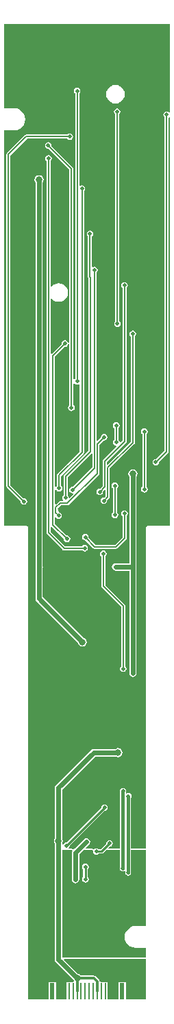
<source format=gbl>
%FSLAX25Y25*%
%MOIN*%
G70*
G01*
G75*
G04 Layer_Physical_Order=2*
G04 Layer_Color=16711680*
%ADD10R,0.03150X0.02559*%
%ADD11R,0.13386X0.02756*%
%ADD12R,0.07480X0.06299*%
%ADD13R,0.01575X0.03937*%
%ADD14R,0.07874X0.10000*%
%ADD15R,0.02756X0.06102*%
%ADD16R,0.02756X0.13386*%
%ADD17R,0.06299X0.07480*%
%ADD18R,0.03150X0.03937*%
%ADD19R,0.03150X0.03543*%
%ADD20R,0.03150X0.03543*%
%ADD21C,0.05906*%
%ADD22R,0.05118X0.15748*%
%ADD23R,0.02362X0.00787*%
%ADD24R,0.03150X0.00787*%
%ADD25R,0.00787X0.02362*%
%ADD26R,0.00787X0.03150*%
%ADD27R,0.05118X0.05118*%
%ADD28R,0.01063X0.07874*%
%ADD29R,0.02362X0.07874*%
%ADD30R,0.02165X0.02559*%
%ADD31R,0.02362X0.02756*%
%ADD32R,0.03937X0.01575*%
%ADD33R,0.01181X0.07874*%
%ADD34O,0.01181X0.07874*%
%ADD35R,0.02559X0.02165*%
%ADD36R,0.03543X0.03150*%
%ADD37R,0.03543X0.03150*%
%ADD38R,0.03937X0.03150*%
%ADD39R,0.02756X0.02362*%
%ADD40C,0.00787*%
%ADD41C,0.01575*%
%ADD42C,0.01000*%
%ADD43C,0.02362*%
%ADD44C,0.01181*%
%ADD45C,0.01969*%
%ADD46C,0.03150*%
G36*
X69863Y-439548D02*
X64961D01*
Y-439521D01*
X63573Y-439704D01*
X62280Y-440239D01*
X61170Y-441091D01*
X60318Y-442202D01*
X59782Y-443495D01*
X59600Y-444882D01*
X59782Y-446270D01*
X60318Y-447563D01*
X61170Y-448673D01*
X62280Y-449525D01*
X63573Y-450060D01*
X64961Y-450243D01*
Y-450216D01*
X69863D01*
Y-454800D01*
X29287D01*
Y-402700D01*
X33961D01*
X34197Y-403141D01*
X34109Y-403272D01*
X33972Y-403963D01*
Y-417017D01*
X34109Y-417709D01*
X34501Y-418295D01*
X35087Y-418686D01*
X35778Y-418824D01*
X36469Y-418686D01*
X37055Y-418295D01*
X37447Y-417709D01*
X37584Y-417017D01*
Y-404711D01*
X39596Y-402700D01*
X43979D01*
X44297Y-403087D01*
X44260Y-403268D01*
X44383Y-403882D01*
X44731Y-404403D01*
X45252Y-404751D01*
X45866Y-404873D01*
X46481Y-404751D01*
X47001Y-404403D01*
X47017Y-404380D01*
X48432D01*
X48432Y-404380D01*
X48858Y-404295D01*
X49218Y-404054D01*
X50573Y-402700D01*
X57375D01*
Y-411614D01*
X57481Y-412152D01*
X57786Y-412608D01*
X58242Y-412912D01*
X58780Y-413019D01*
X59317Y-412912D01*
X59534Y-412768D01*
X59975Y-413003D01*
Y-413680D01*
X60082Y-414217D01*
X60386Y-414673D01*
X60842Y-414978D01*
X61380Y-415085D01*
X61917Y-414978D01*
X62373Y-414673D01*
X62678Y-414217D01*
X62785Y-413680D01*
Y-402700D01*
X69863D01*
Y-439548D01*
D02*
G37*
G36*
X81674Y-43597D02*
X81214Y-43904D01*
X80693Y-43556D01*
X80079Y-43434D01*
X79464Y-43556D01*
X78943Y-43904D01*
X78595Y-44425D01*
X78473Y-45039D01*
X78595Y-45654D01*
X78943Y-46175D01*
X79075Y-46263D01*
Y-208403D01*
X74996Y-212483D01*
X74810Y-212446D01*
X74195Y-212568D01*
X73675Y-212916D01*
X73327Y-213437D01*
X73204Y-214052D01*
X73327Y-214666D01*
X73675Y-215187D01*
X74195Y-215535D01*
X74810Y-215657D01*
X75424Y-215535D01*
X75945Y-215187D01*
X76293Y-214666D01*
X76416Y-214052D01*
X76391Y-213926D01*
X80788Y-209528D01*
X81006Y-209203D01*
X81082Y-208819D01*
X81082Y-208819D01*
X81082Y-208819D01*
Y-208819D01*
Y-46617D01*
X81523Y-46381D01*
X81674Y-46482D01*
Y-245060D01*
X70866D01*
X70482Y-245136D01*
X70157Y-245354D01*
X69939Y-245679D01*
X69863Y-246063D01*
Y-402061D01*
X62785D01*
Y-377226D01*
X62863Y-377109D01*
X62985Y-376494D01*
X62863Y-375880D01*
X62515Y-375359D01*
X61994Y-375011D01*
X61380Y-374889D01*
X60765Y-375011D01*
X60625Y-375104D01*
X60185Y-374869D01*
Y-374807D01*
X60302Y-374630D01*
X60425Y-374016D01*
X60302Y-373401D01*
X59954Y-372880D01*
X59433Y-372532D01*
X58819Y-372410D01*
X58204Y-372532D01*
X57683Y-372880D01*
X57336Y-373401D01*
X57213Y-374016D01*
X57336Y-374630D01*
X57375Y-374689D01*
Y-402061D01*
X51865D01*
X51674Y-401599D01*
X52272Y-401000D01*
X52300Y-401006D01*
X52915Y-400883D01*
X53435Y-400535D01*
X53783Y-400014D01*
X53906Y-399400D01*
X53783Y-398785D01*
X53435Y-398265D01*
X52915Y-397917D01*
X52300Y-397794D01*
X51686Y-397917D01*
X51165Y-398265D01*
X50817Y-398785D01*
X50694Y-399400D01*
X50700Y-399428D01*
X47972Y-402156D01*
X47017D01*
X47001Y-402132D01*
X46481Y-401784D01*
X45866Y-401662D01*
X45252Y-401784D01*
X44731Y-402132D01*
X44627Y-402287D01*
X44624Y-402286D01*
X44431Y-402248D01*
D01*
D01*
D01*
Y-402248D01*
X44232Y-402166D01*
X44042Y-402064D01*
X44010Y-402073D01*
X43979Y-402061D01*
X40888D01*
X40697Y-401599D01*
X42290Y-400006D01*
X42681Y-399420D01*
X42819Y-398729D01*
X42681Y-398038D01*
X42290Y-397452D01*
X41704Y-397060D01*
X41012Y-396922D01*
X40321Y-397060D01*
X39735Y-397452D01*
X35310Y-401876D01*
X34413Y-402248D01*
D01*
D01*
X34268Y-402188D01*
X34146Y-402088D01*
X34050Y-402098D01*
X33961Y-402061D01*
X32711D01*
X32599Y-401893D01*
X32453Y-401620D01*
X32783Y-401126D01*
X32905Y-400512D01*
X32899Y-400484D01*
X49815Y-383569D01*
X49843Y-383574D01*
X50457Y-383452D01*
X50978Y-383104D01*
X51326Y-382583D01*
X51448Y-381968D01*
X51326Y-381354D01*
X50978Y-380833D01*
X50457Y-380485D01*
X49843Y-380363D01*
X49228Y-380485D01*
X48707Y-380833D01*
X48359Y-381354D01*
X48237Y-381968D01*
X48242Y-381996D01*
X31327Y-398912D01*
X31299Y-398906D01*
X30685Y-399028D01*
X30164Y-399376D01*
X29816Y-399897D01*
X29784Y-400056D01*
X29287Y-400007D01*
Y-399221D01*
X29480Y-398931D01*
X29648Y-398087D01*
X29480Y-397242D01*
X29287Y-396952D01*
Y-373110D01*
X45315Y-357082D01*
X55223D01*
X55572Y-357315D01*
X56417Y-357483D01*
X57262Y-357315D01*
X57978Y-356837D01*
X58457Y-356120D01*
X58625Y-355276D01*
X58457Y-354431D01*
X57978Y-353714D01*
X57262Y-353236D01*
X56417Y-353068D01*
X55572Y-353236D01*
X55223Y-353469D01*
X44567D01*
X43876Y-353607D01*
X43290Y-353998D01*
X26203Y-371085D01*
X25811Y-371671D01*
X25674Y-372362D01*
X25674Y-372362D01*
X25674D01*
X25674Y-372362D01*
X25674D01*
Y-396833D01*
X25401Y-397242D01*
X25233Y-398087D01*
X25401Y-398931D01*
X25674Y-399340D01*
Y-455801D01*
X25674Y-455801D01*
X25674D01*
X25811Y-456493D01*
X26203Y-457079D01*
X34439Y-465315D01*
X34521Y-465727D01*
X34952Y-466371D01*
X34716Y-466812D01*
X31450D01*
Y-475375D01*
X26194D01*
Y-466812D01*
X22650D01*
Y-475375D01*
X12815D01*
Y-246063D01*
X12738Y-245679D01*
X12521Y-245354D01*
X12195Y-245136D01*
X11811Y-245060D01*
X1003D01*
Y-52578D01*
X5906D01*
Y-52605D01*
X7293Y-52422D01*
X8586Y-51887D01*
X9696Y-51035D01*
X10548Y-49924D01*
X11084Y-48632D01*
X11266Y-47244D01*
X11084Y-45857D01*
X10548Y-44564D01*
X9696Y-43453D01*
X8586Y-42601D01*
X7293Y-42066D01*
X5906Y-41883D01*
Y-41910D01*
X1003D01*
Y-1003D01*
X81674D01*
Y-43597D01*
D02*
G37*
G36*
X69863Y-475375D02*
X60210D01*
Y-466812D01*
X56666D01*
Y-475375D01*
X51410D01*
Y-466812D01*
X48673D01*
X47556Y-466589D01*
X47464Y-466128D01*
X47203Y-465737D01*
X47203Y-465737D01*
X45496Y-464030D01*
X45105Y-463769D01*
X44644Y-463678D01*
X44644Y-463678D01*
X38360D01*
X38122Y-463321D01*
X37406Y-462842D01*
X36994Y-462760D01*
X30135Y-455901D01*
X30326Y-455439D01*
X69863D01*
Y-475375D01*
D02*
G37*
%LPC*%
G36*
X17992Y-74406D02*
X17147Y-74575D01*
X16431Y-75053D01*
X15952Y-75769D01*
X15784Y-76614D01*
X15952Y-77459D01*
X16186Y-77808D01*
Y-265015D01*
Y-280394D01*
X16186Y-280394D01*
X16186D01*
X16323Y-281085D01*
X16715Y-281671D01*
X36933Y-301890D01*
X37015Y-302302D01*
X37494Y-303018D01*
X38210Y-303496D01*
X39055Y-303664D01*
X39900Y-303496D01*
X40616Y-303018D01*
X41095Y-302302D01*
X41263Y-301457D01*
X41095Y-300612D01*
X40616Y-299896D01*
X39900Y-299417D01*
X39488Y-299335D01*
X19798Y-279645D01*
Y-265252D01*
X19838Y-265054D01*
X19798Y-264856D01*
Y-77808D01*
X20032Y-77459D01*
X20200Y-76614D01*
X20032Y-75769D01*
X19553Y-75053D01*
X18837Y-74575D01*
X17992Y-74406D01*
D02*
G37*
G36*
X59606Y-237410D02*
X58992Y-237532D01*
X58471Y-237880D01*
X58123Y-238401D01*
X58001Y-239016D01*
X58123Y-239630D01*
X58471Y-240151D01*
X58603Y-240239D01*
Y-250458D01*
X54978Y-254083D01*
X45463D01*
X42069Y-250689D01*
X42100Y-250534D01*
X41978Y-249919D01*
X41630Y-249398D01*
X41109Y-249050D01*
X40494Y-248928D01*
X39880Y-249050D01*
X39359Y-249398D01*
X39011Y-249919D01*
X38889Y-250534D01*
X39011Y-251148D01*
X39359Y-251669D01*
X39880Y-252017D01*
X40494Y-252139D01*
X40650Y-252109D01*
X44337Y-255796D01*
X44555Y-255941D01*
X44663Y-256013D01*
X45047Y-256090D01*
X55394D01*
X55778Y-256013D01*
X56103Y-255796D01*
X60316Y-251583D01*
X60533Y-251258D01*
X60610Y-250874D01*
X60610Y-250874D01*
X60610Y-250874D01*
Y-250874D01*
Y-240239D01*
X60742Y-240151D01*
X61090Y-239630D01*
X61212Y-239016D01*
X61090Y-238401D01*
X60742Y-237880D01*
X60221Y-237532D01*
X59606Y-237410D01*
D02*
G37*
G36*
X49213Y-256938D02*
X48598Y-257060D01*
X48077Y-257408D01*
X47729Y-257929D01*
X47607Y-258543D01*
X47729Y-259158D01*
X48077Y-259679D01*
X48209Y-259767D01*
Y-274213D01*
X48209Y-274213D01*
X48209D01*
X48285Y-274597D01*
X48503Y-274922D01*
X57954Y-284373D01*
Y-313205D01*
X57822Y-313293D01*
X57474Y-313814D01*
X57352Y-314428D01*
X57474Y-315042D01*
X57822Y-315563D01*
X58343Y-315912D01*
X58958Y-316034D01*
X59572Y-315912D01*
X60093Y-315563D01*
X60441Y-315042D01*
X60563Y-314428D01*
X60441Y-313814D01*
X60093Y-313293D01*
X59961Y-313205D01*
Y-283958D01*
X59885Y-283574D01*
X59813Y-283466D01*
X59667Y-283248D01*
X50216Y-273797D01*
Y-259767D01*
X50348Y-259679D01*
X50696Y-259158D01*
X50818Y-258543D01*
X50696Y-257929D01*
X50348Y-257408D01*
X49827Y-257060D01*
X49213Y-256938D01*
D02*
G37*
G36*
X40551Y-409221D02*
X39937Y-409343D01*
X39416Y-409691D01*
X39068Y-410212D01*
X38945Y-410827D01*
X39068Y-411441D01*
X39416Y-411962D01*
X39439Y-411978D01*
Y-415699D01*
X39416Y-415715D01*
X39068Y-416236D01*
X38945Y-416850D01*
X39068Y-417465D01*
X39416Y-417986D01*
X39937Y-418334D01*
X40551Y-418456D01*
X41166Y-418334D01*
X41686Y-417986D01*
X42035Y-417465D01*
X42157Y-416850D01*
X42035Y-416236D01*
X41686Y-415715D01*
X41663Y-415699D01*
Y-411978D01*
X41686Y-411962D01*
X42035Y-411441D01*
X42157Y-410827D01*
X42035Y-410212D01*
X41686Y-409691D01*
X41166Y-409343D01*
X40551Y-409221D01*
D02*
G37*
G36*
X63661Y-217452D02*
X62817Y-217620D01*
X62100Y-218098D01*
X61622Y-218814D01*
X61454Y-219659D01*
X61622Y-220504D01*
X61855Y-220853D01*
Y-263154D01*
X55197D01*
X54506Y-263292D01*
X53920Y-263683D01*
X53528Y-264269D01*
X53391Y-264961D01*
X53528Y-265652D01*
X53920Y-266238D01*
X54506Y-266630D01*
X55197Y-266767D01*
X61855D01*
Y-316614D01*
X61993Y-317305D01*
X62384Y-317892D01*
X62970Y-318283D01*
X63661Y-318421D01*
X64353Y-318283D01*
X64939Y-317892D01*
X65330Y-317305D01*
X65468Y-316614D01*
Y-264961D01*
Y-220853D01*
X65701Y-220504D01*
X65869Y-219659D01*
X65701Y-218814D01*
X65223Y-218098D01*
X64506Y-217620D01*
X63661Y-217452D01*
D02*
G37*
G36*
X54921Y-223867D02*
X54307Y-223989D01*
X53786Y-224337D01*
X53438Y-224858D01*
X53316Y-225472D01*
X53438Y-226087D01*
X53786Y-226608D01*
X53918Y-226696D01*
Y-238383D01*
X53786Y-238471D01*
X53438Y-238992D01*
X53316Y-239606D01*
X53438Y-240221D01*
X53786Y-240742D01*
X54307Y-241090D01*
X54921Y-241212D01*
X55536Y-241090D01*
X56057Y-240742D01*
X56405Y-240221D01*
X56527Y-239606D01*
X56405Y-238992D01*
X56057Y-238471D01*
X55925Y-238383D01*
Y-226696D01*
X56057Y-226608D01*
X56405Y-226087D01*
X56527Y-225472D01*
X56405Y-224858D01*
X56057Y-224337D01*
X55536Y-223989D01*
X54921Y-223867D01*
D02*
G37*
G36*
X55984Y-41977D02*
X55370Y-42099D01*
X54849Y-42447D01*
X54501Y-42968D01*
X54379Y-43583D01*
X54501Y-44197D01*
X54849Y-44718D01*
X55059Y-44859D01*
Y-123110D01*
X55097Y-123296D01*
Y-145476D01*
X54965Y-145565D01*
X54617Y-146086D01*
X54494Y-146700D01*
X54617Y-147315D01*
X54965Y-147835D01*
X55485Y-148183D01*
X56100Y-148306D01*
X56714Y-148183D01*
X57235Y-147835D01*
X57583Y-147315D01*
X57706Y-146700D01*
X57583Y-146086D01*
X57235Y-145565D01*
X57104Y-145476D01*
Y-123147D01*
X57067Y-122961D01*
Y-44754D01*
X57120Y-44718D01*
X57468Y-44197D01*
X57590Y-43583D01*
X57468Y-42968D01*
X57120Y-42447D01*
X56599Y-42099D01*
X55984Y-41977D01*
D02*
G37*
G36*
X32913Y-54103D02*
X32299Y-54225D01*
X31778Y-54573D01*
X31690Y-54705D01*
X11772D01*
X11388Y-54782D01*
X11280Y-54854D01*
X11062Y-54999D01*
X2401Y-63661D01*
X2183Y-63986D01*
X2107Y-64370D01*
Y-225630D01*
X2107Y-225630D01*
X2107D01*
X2183Y-226014D01*
X2401Y-226340D01*
X9016Y-232955D01*
X8985Y-233110D01*
X9107Y-233725D01*
X9455Y-234246D01*
X9976Y-234594D01*
X10591Y-234716D01*
X11205Y-234594D01*
X11726Y-234246D01*
X12074Y-233725D01*
X12196Y-233110D01*
X12074Y-232496D01*
X11726Y-231975D01*
X11205Y-231627D01*
X10591Y-231505D01*
X10435Y-231536D01*
X4114Y-225214D01*
Y-64786D01*
X12187Y-56712D01*
X31690D01*
X31778Y-56844D01*
X32299Y-57192D01*
X32913Y-57314D01*
X33528Y-57192D01*
X34049Y-56844D01*
X34397Y-56323D01*
X34519Y-55709D01*
X34397Y-55094D01*
X34049Y-54573D01*
X33528Y-54225D01*
X32913Y-54103D01*
D02*
G37*
G36*
X55118Y-30473D02*
X53936Y-30628D01*
X52835Y-31085D01*
X51889Y-31810D01*
X51163Y-32756D01*
X50707Y-33858D01*
X50551Y-35039D01*
X50707Y-36221D01*
X51163Y-37323D01*
X51889Y-38269D01*
X52835Y-38994D01*
X53936Y-39450D01*
X55118Y-39606D01*
X56300Y-39450D01*
X57402Y-38994D01*
X58347Y-38269D01*
X59073Y-37323D01*
X59529Y-36221D01*
X59685Y-35039D01*
X59529Y-33858D01*
X59073Y-32756D01*
X58347Y-31810D01*
X57402Y-31085D01*
X56300Y-30628D01*
X55118Y-30473D01*
D02*
G37*
G36*
X36496Y-31898D02*
X35882Y-32021D01*
X35361Y-32369D01*
X35013Y-32890D01*
X34890Y-33504D01*
X35013Y-34118D01*
X35361Y-34639D01*
X35493Y-34727D01*
Y-173419D01*
X35091Y-173717D01*
X34744Y-173612D01*
Y-71260D01*
X34680Y-70939D01*
X34667Y-70876D01*
X34450Y-70550D01*
X24055Y-60155D01*
X24086Y-60000D01*
X23964Y-59386D01*
X23616Y-58865D01*
X23095Y-58517D01*
X22480Y-58394D01*
X21866Y-58517D01*
X21345Y-58865D01*
X20997Y-59386D01*
X20875Y-60000D01*
X20997Y-60615D01*
X21345Y-61135D01*
X21866Y-61483D01*
X22480Y-61606D01*
X22636Y-61575D01*
X32737Y-71675D01*
Y-186296D01*
X32605Y-186384D01*
X32257Y-186905D01*
X32135Y-187520D01*
X32257Y-188134D01*
X32605Y-188655D01*
X33126Y-189003D01*
X33740Y-189125D01*
X34355Y-189003D01*
X34876Y-188655D01*
X35224Y-188134D01*
X35346Y-187520D01*
X35224Y-186905D01*
X34876Y-186384D01*
X34744Y-186296D01*
Y-175758D01*
X35222Y-175613D01*
X35361Y-175820D01*
X35882Y-176169D01*
X36496Y-176291D01*
X37110Y-176169D01*
X37374Y-175992D01*
X37815Y-176228D01*
Y-208836D01*
X27007Y-219645D01*
X26789Y-219970D01*
X26713Y-220354D01*
Y-225469D01*
X26581Y-225557D01*
X26246Y-226060D01*
X25767Y-225914D01*
Y-162552D01*
X30444Y-157875D01*
X30600Y-157906D01*
X31214Y-157783D01*
X31735Y-157435D01*
X32083Y-156914D01*
X32206Y-156300D01*
X32083Y-155685D01*
X31735Y-155165D01*
X31214Y-154817D01*
X30600Y-154694D01*
X29985Y-154817D01*
X29465Y-155165D01*
X29117Y-155685D01*
X28994Y-156300D01*
X29025Y-156456D01*
X24064Y-161417D01*
X24000Y-161390D01*
X23602Y-161124D01*
Y-134554D01*
X24075Y-134394D01*
X24330Y-134725D01*
X25276Y-135451D01*
X26377Y-135907D01*
X27559Y-136063D01*
X28741Y-135907D01*
X29842Y-135451D01*
X30788Y-134725D01*
X31514Y-133779D01*
X31970Y-132678D01*
X32126Y-131496D01*
X31970Y-130314D01*
X31514Y-129213D01*
X30788Y-128267D01*
X29842Y-127541D01*
X28741Y-127085D01*
X27559Y-126929D01*
X26377Y-127085D01*
X25276Y-127541D01*
X24330Y-128267D01*
X24075Y-128599D01*
X23602Y-128438D01*
Y-67523D01*
X23734Y-67435D01*
X24082Y-66914D01*
X24204Y-66299D01*
X24082Y-65685D01*
X23734Y-65164D01*
X23213Y-64816D01*
X22598Y-64694D01*
X21984Y-64816D01*
X21463Y-65164D01*
X21115Y-65685D01*
X20993Y-66299D01*
X21115Y-66914D01*
X21463Y-67435D01*
X21595Y-67523D01*
Y-248307D01*
X21595Y-248307D01*
X21595D01*
X21671Y-248691D01*
X21889Y-249017D01*
X29448Y-256576D01*
X29773Y-256793D01*
X30158Y-256870D01*
X38934D01*
X39022Y-257001D01*
X39543Y-257350D01*
X40157Y-257472D01*
X40772Y-257350D01*
X41293Y-257001D01*
X41641Y-256481D01*
X41763Y-255866D01*
X41641Y-255252D01*
X41293Y-254731D01*
X40772Y-254383D01*
X40157Y-254260D01*
X39543Y-254383D01*
X39022Y-254731D01*
X38934Y-254863D01*
X30573D01*
X23602Y-247891D01*
Y-245500D01*
X24000Y-245234D01*
X24064Y-245208D01*
X30000Y-251144D01*
X29969Y-251299D01*
X30091Y-251914D01*
X30439Y-252435D01*
X30960Y-252783D01*
X31575Y-252905D01*
X32189Y-252783D01*
X32710Y-252435D01*
X33058Y-251914D01*
X33180Y-251299D01*
X33058Y-250685D01*
X32710Y-250164D01*
X32189Y-249816D01*
X31575Y-249694D01*
X31419Y-249725D01*
X25767Y-244073D01*
Y-241034D01*
X26246Y-240889D01*
X26384Y-241096D01*
X26905Y-241444D01*
X27520Y-241566D01*
X28134Y-241444D01*
X28655Y-241096D01*
X29003Y-240575D01*
X29125Y-239961D01*
X29003Y-239346D01*
X28655Y-238825D01*
X28134Y-238477D01*
X27520Y-238355D01*
X27145Y-236472D01*
Y-236439D01*
X28644Y-234941D01*
X31811D01*
X32195Y-234864D01*
X32521Y-234647D01*
X47048Y-220119D01*
X47266Y-219794D01*
X47278Y-219730D01*
X47342Y-219409D01*
Y-205534D01*
X49490Y-203386D01*
X49646Y-203417D01*
X50260Y-203294D01*
X50781Y-202946D01*
X51129Y-202426D01*
X51251Y-201811D01*
X51129Y-201197D01*
X50781Y-200676D01*
X50260Y-200328D01*
X49646Y-200205D01*
X49031Y-200328D01*
X48510Y-200676D01*
X48162Y-201197D01*
X48040Y-201811D01*
X48071Y-201967D01*
X46426Y-203611D01*
X45964Y-203420D01*
Y-121853D01*
X46096Y-121765D01*
X46444Y-121244D01*
X46566Y-120630D01*
X46444Y-120016D01*
X46096Y-119495D01*
X45575Y-119147D01*
X44961Y-119024D01*
X44346Y-119147D01*
X44240Y-119218D01*
X43799Y-118982D01*
Y-104216D01*
X43931Y-104128D01*
X44279Y-103607D01*
X44401Y-102992D01*
X44279Y-102378D01*
X43931Y-101857D01*
X43410Y-101509D01*
X42795Y-101386D01*
X42181Y-101509D01*
X41660Y-101857D01*
X41312Y-102378D01*
X41190Y-102992D01*
X41312Y-103607D01*
X41660Y-104128D01*
X41792Y-104216D01*
Y-123791D01*
X41792Y-123791D01*
X41792D01*
X41868Y-124175D01*
X41870Y-124179D01*
Y-208403D01*
X30117Y-220157D01*
X29900Y-220482D01*
X29823Y-220866D01*
Y-230154D01*
X29691Y-230243D01*
X29343Y-230764D01*
X29221Y-231378D01*
X29343Y-231992D01*
X29678Y-232492D01*
X29566Y-232700D01*
X29411Y-232933D01*
X28228D01*
X27908Y-232997D01*
X27844Y-233010D01*
X27519Y-233227D01*
X26229Y-234517D01*
X25767Y-234326D01*
Y-227471D01*
X26246Y-227326D01*
X26581Y-227828D01*
X27102Y-228176D01*
X27716Y-228299D01*
X28331Y-228176D01*
X28852Y-227828D01*
X29200Y-227307D01*
X29322Y-226693D01*
X29200Y-226079D01*
X28852Y-225557D01*
X28720Y-225469D01*
Y-220770D01*
X39529Y-209962D01*
X39746Y-209636D01*
X39822Y-209252D01*
Y-82208D01*
X39954Y-82120D01*
X40302Y-81599D01*
X40424Y-80984D01*
X40302Y-80370D01*
X39954Y-79849D01*
X39433Y-79501D01*
X38819Y-79379D01*
X38204Y-79501D01*
X37941Y-79677D01*
X37500Y-79441D01*
Y-34727D01*
X37631Y-34639D01*
X37980Y-34118D01*
X38102Y-33504D01*
X37980Y-32890D01*
X37631Y-32369D01*
X37110Y-32021D01*
X36496Y-31898D01*
D02*
G37*
G36*
X69252Y-197568D02*
X68638Y-197690D01*
X68117Y-198038D01*
X67769Y-198559D01*
X67646Y-199173D01*
X67769Y-199788D01*
X68117Y-200309D01*
X68248Y-200397D01*
Y-225981D01*
X68117Y-226069D01*
X67769Y-226590D01*
X67646Y-227205D01*
X67769Y-227819D01*
X68117Y-228340D01*
X68638Y-228688D01*
X69252Y-228810D01*
X69866Y-228688D01*
X70387Y-228340D01*
X70735Y-227819D01*
X70858Y-227205D01*
X70735Y-226590D01*
X70387Y-226069D01*
X70256Y-225981D01*
Y-200397D01*
X70387Y-200309D01*
X70735Y-199788D01*
X70858Y-199173D01*
X70735Y-198559D01*
X70387Y-198038D01*
X69866Y-197690D01*
X69252Y-197568D01*
D02*
G37*
G36*
X59595Y-126415D02*
X58981Y-126537D01*
X58460Y-126885D01*
X58112Y-127406D01*
X57990Y-128021D01*
X58112Y-128635D01*
X58460Y-129156D01*
X58592Y-129244D01*
Y-203403D01*
X57649Y-204346D01*
X57170Y-204201D01*
X57074Y-203716D01*
X56726Y-203195D01*
X56594Y-203107D01*
Y-197405D01*
X56726Y-197317D01*
X57074Y-196796D01*
X57196Y-196181D01*
X57074Y-195567D01*
X56726Y-195046D01*
X56205Y-194698D01*
X55590Y-194576D01*
X54976Y-194698D01*
X54455Y-195046D01*
X54107Y-195567D01*
X53985Y-196181D01*
X54107Y-196796D01*
X54455Y-197317D01*
X54587Y-197405D01*
Y-203107D01*
X54455Y-203195D01*
X54107Y-203716D01*
X53985Y-204331D01*
X54107Y-204945D01*
X54455Y-205466D01*
X54976Y-205814D01*
X55461Y-205911D01*
X55606Y-206389D01*
X49290Y-212705D01*
X49073Y-213030D01*
X48996Y-213414D01*
Y-225569D01*
X47675Y-226890D01*
X47520Y-226859D01*
X46905Y-226981D01*
X46384Y-227329D01*
X46036Y-227850D01*
X45914Y-228465D01*
X46036Y-229079D01*
X46384Y-229600D01*
X46905Y-229948D01*
X47520Y-230070D01*
X48134Y-229948D01*
X48655Y-229600D01*
X49003Y-229079D01*
X49125Y-228465D01*
X49094Y-228309D01*
X49913Y-227491D01*
X50374Y-227682D01*
Y-230446D01*
X49642Y-231179D01*
X49486Y-231148D01*
X48872Y-231270D01*
X48351Y-231618D01*
X48003Y-232139D01*
X47881Y-232754D01*
X48003Y-233368D01*
X48351Y-233889D01*
X48872Y-234237D01*
X49486Y-234360D01*
X50101Y-234237D01*
X50621Y-233889D01*
X50970Y-233368D01*
X51092Y-232754D01*
X51061Y-232598D01*
X52087Y-231572D01*
X52233Y-231354D01*
X52305Y-231246D01*
X52381Y-230862D01*
Y-217069D01*
X64332Y-205119D01*
X64549Y-204794D01*
X64562Y-204730D01*
X64626Y-204409D01*
Y-152838D01*
X64757Y-152750D01*
X65105Y-152229D01*
X65228Y-151614D01*
X65105Y-151000D01*
X64757Y-150479D01*
X64236Y-150131D01*
X63622Y-150008D01*
X63008Y-150131D01*
X62487Y-150479D01*
X62139Y-151000D01*
X62016Y-151614D01*
X62139Y-152229D01*
X62487Y-152750D01*
X62618Y-152838D01*
Y-203994D01*
X51465Y-215147D01*
X51003Y-214955D01*
Y-213830D01*
X60305Y-204528D01*
X60523Y-204203D01*
X60599Y-203819D01*
X60599Y-203819D01*
X60599Y-203819D01*
Y-203819D01*
Y-129244D01*
X60731Y-129156D01*
X61079Y-128635D01*
X61201Y-128021D01*
X61079Y-127406D01*
X60731Y-126885D01*
X60210Y-126537D01*
X59595Y-126415D01*
D02*
G37*
%LPD*%
G36*
X43957Y-209808D02*
Y-216361D01*
X34351Y-225967D01*
X34195Y-225936D01*
X33581Y-226058D01*
X33060Y-226406D01*
X32712Y-226927D01*
X32590Y-227542D01*
X32712Y-228156D01*
X33060Y-228677D01*
X33581Y-229025D01*
X34195Y-229147D01*
X34582Y-229070D01*
X34817Y-229511D01*
X32893Y-231435D01*
X32415Y-231290D01*
X32310Y-230764D01*
X31962Y-230243D01*
X31830Y-230154D01*
Y-221282D01*
X43495Y-209617D01*
X43957Y-209808D01*
D02*
G37*
D28*
X30603Y-471340D02*
D03*
X32572D02*
D03*
X34540D02*
D03*
X36509D02*
D03*
X38477D02*
D03*
X40446D02*
D03*
X52257D02*
D03*
X50288D02*
D03*
X48320D02*
D03*
X46351D02*
D03*
X44383D02*
D03*
X42414D02*
D03*
D29*
X24422D02*
D03*
X58438D02*
D03*
D40*
X56100Y-146700D02*
Y-123147D01*
X56063Y-123110D02*
X56100Y-123147D01*
X24764Y-162136D02*
X30600Y-156300D01*
X24764Y-244488D02*
Y-162136D01*
X49213Y-274213D02*
Y-258543D01*
Y-274213D02*
X58958Y-283958D01*
Y-314428D02*
Y-283958D01*
X49486Y-232754D02*
X51378Y-230862D01*
Y-216653D01*
X63622Y-204409D01*
Y-151614D01*
X47520Y-228465D02*
X50000Y-225984D01*
Y-213414D01*
X59595Y-203819D01*
Y-128021D01*
X54921Y-239606D02*
Y-225472D01*
X40494Y-250534D02*
X45047Y-255086D01*
X55394D01*
X59606Y-250874D01*
Y-239016D01*
X69252Y-227205D02*
Y-199173D01*
X34195Y-227542D02*
X44961Y-216776D01*
Y-120630D01*
X80079Y-208819D02*
Y-45039D01*
X74846Y-214052D02*
X80079Y-208819D01*
X74810Y-214052D02*
X74846D01*
X42795Y-123791D02*
X42874Y-123870D01*
X30827Y-220866D02*
X42874Y-208819D01*
Y-123870D01*
X42795Y-123791D02*
Y-102992D01*
X30827Y-231378D02*
Y-220866D01*
X27716Y-226693D02*
Y-220354D01*
X38819Y-209252D01*
Y-80984D01*
X3110Y-225630D02*
X10591Y-233110D01*
X3110Y-225630D02*
Y-64370D01*
X11772Y-55709D01*
X32913D01*
X36496Y-174685D02*
Y-33504D01*
X33740Y-187520D02*
Y-71260D01*
X22480Y-60000D02*
X33740Y-71260D01*
X22598Y-248307D02*
Y-66299D01*
X30158Y-255866D02*
X40157D01*
X22598Y-248307D02*
X30158Y-255866D01*
X24764Y-244488D02*
X31575Y-251299D01*
X56063Y-123110D02*
Y-43661D01*
X55984Y-43583D02*
X56063Y-43661D01*
X46339Y-205118D02*
X49646Y-201811D01*
X26142Y-238583D02*
X27520Y-239961D01*
X26142Y-238583D02*
Y-236024D01*
X28228Y-233937D01*
X31811D01*
X46339Y-219409D01*
Y-205118D01*
X55590Y-204331D02*
Y-196181D01*
D41*
X61380Y-413680D02*
Y-376494D01*
X58780Y-411614D02*
Y-374055D01*
D42*
X48432Y-403268D02*
X52300Y-399400D01*
X45866Y-403268D02*
X48432D01*
X31299Y-400512D02*
X49843Y-381968D01*
X40551Y-416850D02*
Y-410827D01*
D43*
X35778Y-417017D02*
Y-403963D01*
X41012Y-398729D01*
X17992Y-280394D02*
X39055Y-301457D01*
X17992Y-280394D02*
Y-265015D01*
X27480Y-455801D02*
Y-372362D01*
X44567Y-355276D02*
X56417D01*
X27480Y-372362D02*
X44567Y-355276D01*
X17992Y-265015D02*
Y-76614D01*
Y-265015D02*
X18032Y-265054D01*
X63661Y-316614D02*
Y-264961D01*
Y-219659D01*
X55197Y-264961D02*
X63661D01*
X27480Y-455801D02*
X36561Y-464882D01*
D44*
X36509Y-471340D02*
Y-464934D01*
X36561Y-464882D02*
X44644D01*
X46351Y-466589D01*
Y-471340D02*
Y-466589D01*
D45*
X56100Y-146700D02*
D03*
X52700Y-132700D02*
D03*
X62800Y-461299D02*
D03*
X58701D02*
D03*
X65600Y-393100D02*
D03*
Y-380200D02*
D03*
Y-374400D02*
D03*
X52500Y-392700D02*
D03*
X54500Y-381000D02*
D03*
X61380Y-413680D02*
D03*
X45866Y-403268D02*
D03*
X49843Y-381968D02*
D03*
X31299Y-400512D02*
D03*
X40551Y-410827D02*
D03*
Y-416850D02*
D03*
X41012Y-398729D02*
D03*
X35778Y-417017D02*
D03*
X34252Y-343189D02*
D03*
X33976Y-349843D02*
D03*
X55197Y-264961D02*
D03*
X57205Y-172283D02*
D03*
X58958Y-314428D02*
D03*
X63661Y-316614D02*
D03*
X58780Y-411614D02*
D03*
X58819Y-374016D02*
D03*
X61380Y-376494D02*
D03*
X2441Y-15827D02*
D03*
X3268Y-25197D02*
D03*
X2913Y-40472D02*
D03*
X74016Y-43780D02*
D03*
X46024Y-35984D02*
D03*
X53189Y-60984D02*
D03*
X61535Y-87087D02*
D03*
X54016Y-104646D02*
D03*
X10748Y-113504D02*
D03*
X8071Y-161457D02*
D03*
X74016Y-240709D02*
D03*
X62520Y-214134D02*
D03*
X42992Y-214055D02*
D03*
X75945Y-157874D02*
D03*
X40905Y-124764D02*
D03*
X55905Y-258504D02*
D03*
X25354Y-277441D02*
D03*
X31850Y-274252D02*
D03*
X67559Y-328622D02*
D03*
X67874Y-309842D02*
D03*
X62638Y-457087D02*
D03*
X66850Y-457126D02*
D03*
X58701D02*
D03*
X66850Y-461299D02*
D03*
X51575Y-313228D02*
D03*
X36535Y-378283D02*
D03*
X14488Y-385961D02*
D03*
X15472Y-399701D02*
D03*
X31811Y-396339D02*
D03*
X30709Y-163425D02*
D03*
X30394Y-35512D02*
D03*
X52300Y-399400D02*
D03*
X39134Y-240394D02*
D03*
Y-237717D02*
D03*
X41693Y-240394D02*
D03*
Y-237717D02*
D03*
X54921Y-239606D02*
D03*
X59488Y-233740D02*
D03*
X49486Y-232754D02*
D03*
X63622Y-151614D02*
D03*
X47520Y-228465D02*
D03*
X59595Y-128021D02*
D03*
X54921Y-225472D02*
D03*
X49213Y-258543D02*
D03*
X40494Y-250534D02*
D03*
X59606Y-239016D02*
D03*
X69252Y-227205D02*
D03*
Y-199173D02*
D03*
X30827Y-231378D02*
D03*
X34195Y-227542D02*
D03*
X44961Y-120630D02*
D03*
X80079Y-45039D02*
D03*
X74810Y-214052D02*
D03*
X42795Y-102992D02*
D03*
X27716Y-226693D02*
D03*
X38819Y-80984D02*
D03*
X10591Y-233110D02*
D03*
X32913Y-55709D02*
D03*
X36496Y-174685D02*
D03*
Y-33504D02*
D03*
X33740Y-187520D02*
D03*
X22480Y-60000D02*
D03*
X22598Y-66299D02*
D03*
X40157Y-255866D02*
D03*
X31575Y-251299D02*
D03*
X30600Y-156300D02*
D03*
X55984Y-43583D02*
D03*
X34488Y-221890D02*
D03*
X56575Y-247362D02*
D03*
X49646Y-201811D02*
D03*
X27520Y-239961D02*
D03*
X55590Y-204331D02*
D03*
Y-196181D02*
D03*
X46384Y-250506D02*
D03*
X36772Y-253465D02*
D03*
X32953Y-259409D02*
D03*
X33150Y-247835D02*
D03*
X23110Y-257638D02*
D03*
D46*
X66500Y-428600D02*
D03*
Y-436300D02*
D03*
X56200Y-449600D02*
D03*
X49400D02*
D03*
X26800Y-462800D02*
D03*
X61900Y-432400D02*
D03*
X47300Y-431000D02*
D03*
X47126Y-322126D02*
D03*
Y-327165D02*
D03*
Y-333071D02*
D03*
X27401Y-354819D02*
D03*
X19999Y-354897D02*
D03*
X19921Y-375173D02*
D03*
X63661Y-219659D02*
D03*
X17992Y-76614D02*
D03*
X39055Y-301457D02*
D03*
X56417Y-355276D02*
D03*
X27441Y-398087D02*
D03*
X36561Y-464882D02*
D03*
X67165Y-356535D02*
D03*
X62283D02*
D03*
X15196Y-403559D02*
D03*
X51300Y-462800D02*
D03*
M02*

</source>
